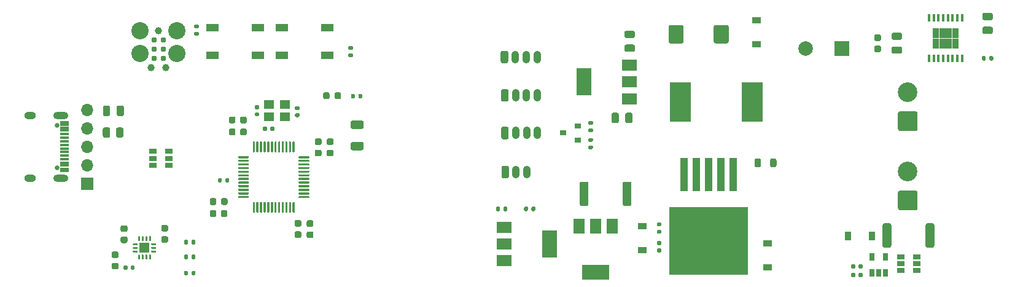
<source format=gbr>
%TF.GenerationSoftware,KiCad,Pcbnew,(5.1.9)-1*%
%TF.CreationDate,2022-06-19T13:41:10+03:00*%
%TF.ProjectId,jantteri-motor-pwr,6a616e74-7465-4726-992d-6d6f746f722d,rev?*%
%TF.SameCoordinates,Original*%
%TF.FileFunction,Soldermask,Top*%
%TF.FilePolarity,Negative*%
%FSLAX46Y46*%
G04 Gerber Fmt 4.6, Leading zero omitted, Abs format (unit mm)*
G04 Created by KiCad (PCBNEW (5.1.9)-1) date 2022-06-19 13:41:10*
%MOMM*%
%LPD*%
G01*
G04 APERTURE LIST*
%ADD10R,1.700000X1.700000*%
%ADD11O,1.700000X1.700000*%
%ADD12R,0.900000X1.200000*%
%ADD13R,1.200000X0.900000*%
%ADD14O,1.030000X1.730000*%
%ADD15C,2.374900*%
%ADD16C,0.990600*%
%ADD17C,0.787400*%
%ADD18O,2.100000X1.000000*%
%ADD19O,1.600000X1.000000*%
%ADD20C,0.650000*%
%ADD21R,1.150000X0.300000*%
%ADD22R,2.900000X5.400000*%
%ADD23R,0.900000X0.800000*%
%ADD24R,1.060000X0.650000*%
%ADD25R,0.650000X1.060000*%
%ADD26R,2.000000X1.500000*%
%ADD27R,2.000000X3.800000*%
%ADD28R,1.450000X1.450000*%
%ADD29R,1.100000X4.600000*%
%ADD30R,10.800000X9.400000*%
%ADD31R,0.450000X1.050000*%
%ADD32R,0.895000X1.470000*%
%ADD33R,3.800000X2.000000*%
%ADD34R,1.500000X2.000000*%
%ADD35R,1.400000X1.200000*%
%ADD36R,2.000000X2.000000*%
%ADD37C,2.000000*%
%ADD38R,1.700000X1.000000*%
%ADD39C,2.700000*%
G04 APERTURE END LIST*
D10*
%TO.C,J4*%
X72999600Y-129082800D03*
D11*
X72999600Y-126542800D03*
X72999600Y-124002800D03*
X72999600Y-121462800D03*
X72999600Y-118922800D03*
%TD*%
%TO.C,C1*%
G36*
G01*
X110901241Y-124511760D02*
X109601239Y-124511760D01*
G75*
G02*
X109351240Y-124261761I0J249999D01*
G01*
X109351240Y-123611759D01*
G75*
G02*
X109601239Y-123361760I249999J0D01*
G01*
X110901241Y-123361760D01*
G75*
G02*
X111151240Y-123611759I0J-249999D01*
G01*
X111151240Y-124261761D01*
G75*
G02*
X110901241Y-124511760I-249999J0D01*
G01*
G37*
G36*
G01*
X110901241Y-121561760D02*
X109601239Y-121561760D01*
G75*
G02*
X109351240Y-121311761I0J249999D01*
G01*
X109351240Y-120661759D01*
G75*
G02*
X109601239Y-120411760I249999J0D01*
G01*
X110901241Y-120411760D01*
G75*
G02*
X111151240Y-120661759I0J-249999D01*
G01*
X111151240Y-121311761D01*
G75*
G02*
X110901241Y-121561760I-249999J0D01*
G01*
G37*
%TD*%
%TO.C,C2*%
G36*
G01*
X101842760Y-134124280D02*
X102342760Y-134124280D01*
G75*
G02*
X102567760Y-134349280I0J-225000D01*
G01*
X102567760Y-134799280D01*
G75*
G02*
X102342760Y-135024280I-225000J0D01*
G01*
X101842760Y-135024280D01*
G75*
G02*
X101617760Y-134799280I0J225000D01*
G01*
X101617760Y-134349280D01*
G75*
G02*
X101842760Y-134124280I225000J0D01*
G01*
G37*
G36*
G01*
X101842760Y-135674280D02*
X102342760Y-135674280D01*
G75*
G02*
X102567760Y-135899280I0J-225000D01*
G01*
X102567760Y-136349280D01*
G75*
G02*
X102342760Y-136574280I-225000J0D01*
G01*
X101842760Y-136574280D01*
G75*
G02*
X101617760Y-136349280I0J225000D01*
G01*
X101617760Y-135899280D01*
G75*
G02*
X101842760Y-135674280I225000J0D01*
G01*
G37*
%TD*%
%TO.C,C3*%
G36*
G01*
X103503920Y-135704160D02*
X104003920Y-135704160D01*
G75*
G02*
X104228920Y-135929160I0J-225000D01*
G01*
X104228920Y-136379160D01*
G75*
G02*
X104003920Y-136604160I-225000J0D01*
G01*
X103503920Y-136604160D01*
G75*
G02*
X103278920Y-136379160I0J225000D01*
G01*
X103278920Y-135929160D01*
G75*
G02*
X103503920Y-135704160I225000J0D01*
G01*
G37*
G36*
G01*
X103503920Y-134154160D02*
X104003920Y-134154160D01*
G75*
G02*
X104228920Y-134379160I0J-225000D01*
G01*
X104228920Y-134829160D01*
G75*
G02*
X104003920Y-135054160I-225000J0D01*
G01*
X103503920Y-135054160D01*
G75*
G02*
X103278920Y-134829160I0J225000D01*
G01*
X103278920Y-134379160D01*
G75*
G02*
X103503920Y-134154160I225000J0D01*
G01*
G37*
%TD*%
%TO.C,C4*%
G36*
G01*
X105126600Y-125326560D02*
X104626600Y-125326560D01*
G75*
G02*
X104401600Y-125101560I0J225000D01*
G01*
X104401600Y-124651560D01*
G75*
G02*
X104626600Y-124426560I225000J0D01*
G01*
X105126600Y-124426560D01*
G75*
G02*
X105351600Y-124651560I0J-225000D01*
G01*
X105351600Y-125101560D01*
G75*
G02*
X105126600Y-125326560I-225000J0D01*
G01*
G37*
G36*
G01*
X105126600Y-123776560D02*
X104626600Y-123776560D01*
G75*
G02*
X104401600Y-123551560I0J225000D01*
G01*
X104401600Y-123101560D01*
G75*
G02*
X104626600Y-122876560I225000J0D01*
G01*
X105126600Y-122876560D01*
G75*
G02*
X105351600Y-123101560I0J-225000D01*
G01*
X105351600Y-123551560D01*
G75*
G02*
X105126600Y-123776560I-225000J0D01*
G01*
G37*
%TD*%
%TO.C,C5*%
G36*
G01*
X106772520Y-125324320D02*
X106272520Y-125324320D01*
G75*
G02*
X106047520Y-125099320I0J225000D01*
G01*
X106047520Y-124649320D01*
G75*
G02*
X106272520Y-124424320I225000J0D01*
G01*
X106772520Y-124424320D01*
G75*
G02*
X106997520Y-124649320I0J-225000D01*
G01*
X106997520Y-125099320D01*
G75*
G02*
X106772520Y-125324320I-225000J0D01*
G01*
G37*
G36*
G01*
X106772520Y-123774320D02*
X106272520Y-123774320D01*
G75*
G02*
X106047520Y-123549320I0J225000D01*
G01*
X106047520Y-123099320D01*
G75*
G02*
X106272520Y-122874320I225000J0D01*
G01*
X106772520Y-122874320D01*
G75*
G02*
X106997520Y-123099320I0J-225000D01*
G01*
X106997520Y-123549320D01*
G75*
G02*
X106772520Y-123774320I-225000J0D01*
G01*
G37*
%TD*%
%TO.C,C6*%
G36*
G01*
X90837840Y-131316920D02*
X90837840Y-131816920D01*
G75*
G02*
X90612840Y-132041920I-225000J0D01*
G01*
X90162840Y-132041920D01*
G75*
G02*
X89937840Y-131816920I0J225000D01*
G01*
X89937840Y-131316920D01*
G75*
G02*
X90162840Y-131091920I225000J0D01*
G01*
X90612840Y-131091920D01*
G75*
G02*
X90837840Y-131316920I0J-225000D01*
G01*
G37*
G36*
G01*
X92387840Y-131316920D02*
X92387840Y-131816920D01*
G75*
G02*
X92162840Y-132041920I-225000J0D01*
G01*
X91712840Y-132041920D01*
G75*
G02*
X91487840Y-131816920I0J225000D01*
G01*
X91487840Y-131316920D01*
G75*
G02*
X91712840Y-131091920I225000J0D01*
G01*
X92162840Y-131091920D01*
G75*
G02*
X92387840Y-131316920I0J-225000D01*
G01*
G37*
%TD*%
%TO.C,C7*%
G36*
G01*
X92373999Y-132980199D02*
X92373999Y-133480199D01*
G75*
G02*
X92148999Y-133705199I-225000J0D01*
G01*
X91698999Y-133705199D01*
G75*
G02*
X91473999Y-133480199I0J225000D01*
G01*
X91473999Y-132980199D01*
G75*
G02*
X91698999Y-132755199I225000J0D01*
G01*
X92148999Y-132755199D01*
G75*
G02*
X92373999Y-132980199I0J-225000D01*
G01*
G37*
G36*
G01*
X90823999Y-132980199D02*
X90823999Y-133480199D01*
G75*
G02*
X90598999Y-133705199I-225000J0D01*
G01*
X90148999Y-133705199D01*
G75*
G02*
X89923999Y-133480199I0J225000D01*
G01*
X89923999Y-132980199D01*
G75*
G02*
X90148999Y-132755199I225000J0D01*
G01*
X90598999Y-132755199D01*
G75*
G02*
X90823999Y-132980199I0J-225000D01*
G01*
G37*
%TD*%
%TO.C,C8*%
G36*
G01*
X93474960Y-120074880D02*
X93474960Y-120574880D01*
G75*
G02*
X93249960Y-120799880I-225000J0D01*
G01*
X92799960Y-120799880D01*
G75*
G02*
X92574960Y-120574880I0J225000D01*
G01*
X92574960Y-120074880D01*
G75*
G02*
X92799960Y-119849880I225000J0D01*
G01*
X93249960Y-119849880D01*
G75*
G02*
X93474960Y-120074880I0J-225000D01*
G01*
G37*
G36*
G01*
X95024960Y-120074880D02*
X95024960Y-120574880D01*
G75*
G02*
X94799960Y-120799880I-225000J0D01*
G01*
X94349960Y-120799880D01*
G75*
G02*
X94124960Y-120574880I0J225000D01*
G01*
X94124960Y-120074880D01*
G75*
G02*
X94349960Y-119849880I225000J0D01*
G01*
X94799960Y-119849880D01*
G75*
G02*
X95024960Y-120074880I0J-225000D01*
G01*
G37*
%TD*%
%TO.C,C9*%
G36*
G01*
X93474960Y-121741120D02*
X93474960Y-122241120D01*
G75*
G02*
X93249960Y-122466120I-225000J0D01*
G01*
X92799960Y-122466120D01*
G75*
G02*
X92574960Y-122241120I0J225000D01*
G01*
X92574960Y-121741120D01*
G75*
G02*
X92799960Y-121516120I225000J0D01*
G01*
X93249960Y-121516120D01*
G75*
G02*
X93474960Y-121741120I0J-225000D01*
G01*
G37*
G36*
G01*
X95024960Y-121741120D02*
X95024960Y-122241120D01*
G75*
G02*
X94799960Y-122466120I-225000J0D01*
G01*
X94349960Y-122466120D01*
G75*
G02*
X94124960Y-122241120I0J225000D01*
G01*
X94124960Y-121741120D01*
G75*
G02*
X94349960Y-121516120I225000J0D01*
G01*
X94799960Y-121516120D01*
G75*
G02*
X95024960Y-121741120I0J-225000D01*
G01*
G37*
%TD*%
%TO.C,C10*%
G36*
G01*
X101821160Y-118426960D02*
X102161160Y-118426960D01*
G75*
G02*
X102301160Y-118566960I0J-140000D01*
G01*
X102301160Y-118846960D01*
G75*
G02*
X102161160Y-118986960I-140000J0D01*
G01*
X101821160Y-118986960D01*
G75*
G02*
X101681160Y-118846960I0J140000D01*
G01*
X101681160Y-118566960D01*
G75*
G02*
X101821160Y-118426960I140000J0D01*
G01*
G37*
G36*
G01*
X101821160Y-119386960D02*
X102161160Y-119386960D01*
G75*
G02*
X102301160Y-119526960I0J-140000D01*
G01*
X102301160Y-119806960D01*
G75*
G02*
X102161160Y-119946960I-140000J0D01*
G01*
X101821160Y-119946960D01*
G75*
G02*
X101681160Y-119806960I0J140000D01*
G01*
X101681160Y-119526960D01*
G75*
G02*
X101821160Y-119386960I140000J0D01*
G01*
G37*
%TD*%
%TO.C,C11*%
G36*
G01*
X96613800Y-118877800D02*
X96273800Y-118877800D01*
G75*
G02*
X96133800Y-118737800I0J140000D01*
G01*
X96133800Y-118457800D01*
G75*
G02*
X96273800Y-118317800I140000J0D01*
G01*
X96613800Y-118317800D01*
G75*
G02*
X96753800Y-118457800I0J-140000D01*
G01*
X96753800Y-118737800D01*
G75*
G02*
X96613800Y-118877800I-140000J0D01*
G01*
G37*
G36*
G01*
X96613800Y-119837800D02*
X96273800Y-119837800D01*
G75*
G02*
X96133800Y-119697800I0J140000D01*
G01*
X96133800Y-119417800D01*
G75*
G02*
X96273800Y-119277800I140000J0D01*
G01*
X96613800Y-119277800D01*
G75*
G02*
X96753800Y-119417800I0J-140000D01*
G01*
X96753800Y-119697800D01*
G75*
G02*
X96613800Y-119837800I-140000J0D01*
G01*
G37*
%TD*%
%TO.C,C12*%
G36*
G01*
X148303000Y-110939200D02*
X147353000Y-110939200D01*
G75*
G02*
X147103000Y-110689200I0J250000D01*
G01*
X147103000Y-110189200D01*
G75*
G02*
X147353000Y-109939200I250000J0D01*
G01*
X148303000Y-109939200D01*
G75*
G02*
X148553000Y-110189200I0J-250000D01*
G01*
X148553000Y-110689200D01*
G75*
G02*
X148303000Y-110939200I-250000J0D01*
G01*
G37*
G36*
G01*
X148303000Y-109039200D02*
X147353000Y-109039200D01*
G75*
G02*
X147103000Y-108789200I0J250000D01*
G01*
X147103000Y-108289200D01*
G75*
G02*
X147353000Y-108039200I250000J0D01*
G01*
X148303000Y-108039200D01*
G75*
G02*
X148553000Y-108289200I0J-250000D01*
G01*
X148553000Y-108789200D01*
G75*
G02*
X148303000Y-109039200I-250000J0D01*
G01*
G37*
%TD*%
%TO.C,C13*%
G36*
G01*
X147226400Y-120515400D02*
X147226400Y-119565400D01*
G75*
G02*
X147476400Y-119315400I250000J0D01*
G01*
X147976400Y-119315400D01*
G75*
G02*
X148226400Y-119565400I0J-250000D01*
G01*
X148226400Y-120515400D01*
G75*
G02*
X147976400Y-120765400I-250000J0D01*
G01*
X147476400Y-120765400D01*
G75*
G02*
X147226400Y-120515400I0J250000D01*
G01*
G37*
G36*
G01*
X145326400Y-120515400D02*
X145326400Y-119565400D01*
G75*
G02*
X145576400Y-119315400I250000J0D01*
G01*
X146076400Y-119315400D01*
G75*
G02*
X146326400Y-119565400I0J-250000D01*
G01*
X146326400Y-120515400D01*
G75*
G02*
X146076400Y-120765400I-250000J0D01*
G01*
X145576400Y-120765400D01*
G75*
G02*
X145326400Y-120515400I0J250000D01*
G01*
G37*
%TD*%
%TO.C,C14*%
G36*
G01*
X83968400Y-135699320D02*
X83468400Y-135699320D01*
G75*
G02*
X83243400Y-135474320I0J225000D01*
G01*
X83243400Y-135024320D01*
G75*
G02*
X83468400Y-134799320I225000J0D01*
G01*
X83968400Y-134799320D01*
G75*
G02*
X84193400Y-135024320I0J-225000D01*
G01*
X84193400Y-135474320D01*
G75*
G02*
X83968400Y-135699320I-225000J0D01*
G01*
G37*
G36*
G01*
X83968400Y-137249320D02*
X83468400Y-137249320D01*
G75*
G02*
X83243400Y-137024320I0J225000D01*
G01*
X83243400Y-136574320D01*
G75*
G02*
X83468400Y-136349320I225000J0D01*
G01*
X83968400Y-136349320D01*
G75*
G02*
X84193400Y-136574320I0J-225000D01*
G01*
X84193400Y-137024320D01*
G75*
G02*
X83968400Y-137249320I-225000J0D01*
G01*
G37*
%TD*%
%TO.C,C15*%
G36*
G01*
X78365160Y-137290560D02*
X77865160Y-137290560D01*
G75*
G02*
X77640160Y-137065560I0J225000D01*
G01*
X77640160Y-136615560D01*
G75*
G02*
X77865160Y-136390560I225000J0D01*
G01*
X78365160Y-136390560D01*
G75*
G02*
X78590160Y-136615560I0J-225000D01*
G01*
X78590160Y-137065560D01*
G75*
G02*
X78365160Y-137290560I-225000J0D01*
G01*
G37*
G36*
G01*
X78365160Y-135740560D02*
X77865160Y-135740560D01*
G75*
G02*
X77640160Y-135515560I0J225000D01*
G01*
X77640160Y-135065560D01*
G75*
G02*
X77865160Y-134840560I225000J0D01*
G01*
X78365160Y-134840560D01*
G75*
G02*
X78590160Y-135065560I0J-225000D01*
G01*
X78590160Y-135515560D01*
G75*
G02*
X78365160Y-135740560I-225000J0D01*
G01*
G37*
%TD*%
%TO.C,C17*%
G36*
G01*
X161491300Y-107483800D02*
X161491300Y-109533800D01*
G75*
G02*
X161241300Y-109783800I-250000J0D01*
G01*
X159666300Y-109783800D01*
G75*
G02*
X159416300Y-109533800I0J250000D01*
G01*
X159416300Y-107483800D01*
G75*
G02*
X159666300Y-107233800I250000J0D01*
G01*
X161241300Y-107233800D01*
G75*
G02*
X161491300Y-107483800I0J-250000D01*
G01*
G37*
G36*
G01*
X155266300Y-107483800D02*
X155266300Y-109533800D01*
G75*
G02*
X155016300Y-109783800I-250000J0D01*
G01*
X153441300Y-109783800D01*
G75*
G02*
X153191300Y-109533800I0J250000D01*
G01*
X153191300Y-107483800D01*
G75*
G02*
X153441300Y-107233800I250000J0D01*
G01*
X155016300Y-107233800D01*
G75*
G02*
X155266300Y-107483800I0J-250000D01*
G01*
G37*
%TD*%
%TO.C,C18*%
G36*
G01*
X181771480Y-110098720D02*
X182271480Y-110098720D01*
G75*
G02*
X182496480Y-110323720I0J-225000D01*
G01*
X182496480Y-110773720D01*
G75*
G02*
X182271480Y-110998720I-225000J0D01*
G01*
X181771480Y-110998720D01*
G75*
G02*
X181546480Y-110773720I0J225000D01*
G01*
X181546480Y-110323720D01*
G75*
G02*
X181771480Y-110098720I225000J0D01*
G01*
G37*
G36*
G01*
X181771480Y-108548720D02*
X182271480Y-108548720D01*
G75*
G02*
X182496480Y-108773720I0J-225000D01*
G01*
X182496480Y-109223720D01*
G75*
G02*
X182271480Y-109448720I-225000J0D01*
G01*
X181771480Y-109448720D01*
G75*
G02*
X181546480Y-109223720I0J225000D01*
G01*
X181546480Y-108773720D01*
G75*
G02*
X181771480Y-108548720I225000J0D01*
G01*
G37*
%TD*%
%TO.C,C19*%
G36*
G01*
X184188080Y-110203440D02*
X185138080Y-110203440D01*
G75*
G02*
X185388080Y-110453440I0J-250000D01*
G01*
X185388080Y-110953440D01*
G75*
G02*
X185138080Y-111203440I-250000J0D01*
G01*
X184188080Y-111203440D01*
G75*
G02*
X183938080Y-110953440I0J250000D01*
G01*
X183938080Y-110453440D01*
G75*
G02*
X184188080Y-110203440I250000J0D01*
G01*
G37*
G36*
G01*
X184188080Y-108303440D02*
X185138080Y-108303440D01*
G75*
G02*
X185388080Y-108553440I0J-250000D01*
G01*
X185388080Y-109053440D01*
G75*
G02*
X185138080Y-109303440I-250000J0D01*
G01*
X184188080Y-109303440D01*
G75*
G02*
X183938080Y-109053440I0J250000D01*
G01*
X183938080Y-108553440D01*
G75*
G02*
X184188080Y-108303440I250000J0D01*
G01*
G37*
%TD*%
%TO.C,C20*%
G36*
G01*
X197655200Y-108475480D02*
X196705200Y-108475480D01*
G75*
G02*
X196455200Y-108225480I0J250000D01*
G01*
X196455200Y-107725480D01*
G75*
G02*
X196705200Y-107475480I250000J0D01*
G01*
X197655200Y-107475480D01*
G75*
G02*
X197905200Y-107725480I0J-250000D01*
G01*
X197905200Y-108225480D01*
G75*
G02*
X197655200Y-108475480I-250000J0D01*
G01*
G37*
G36*
G01*
X197655200Y-106575480D02*
X196705200Y-106575480D01*
G75*
G02*
X196455200Y-106325480I0J250000D01*
G01*
X196455200Y-105825480D01*
G75*
G02*
X196705200Y-105575480I250000J0D01*
G01*
X197655200Y-105575480D01*
G75*
G02*
X197905200Y-105825480I0J-250000D01*
G01*
X197905200Y-106325480D01*
G75*
G02*
X197655200Y-106575480I-250000J0D01*
G01*
G37*
%TD*%
%TO.C,C21*%
G36*
G01*
X78092000Y-118600200D02*
X78092000Y-119550200D01*
G75*
G02*
X77842000Y-119800200I-250000J0D01*
G01*
X77342000Y-119800200D01*
G75*
G02*
X77092000Y-119550200I0J250000D01*
G01*
X77092000Y-118600200D01*
G75*
G02*
X77342000Y-118350200I250000J0D01*
G01*
X77842000Y-118350200D01*
G75*
G02*
X78092000Y-118600200I0J-250000D01*
G01*
G37*
G36*
G01*
X76192000Y-118600200D02*
X76192000Y-119550200D01*
G75*
G02*
X75942000Y-119800200I-250000J0D01*
G01*
X75442000Y-119800200D01*
G75*
G02*
X75192000Y-119550200I0J250000D01*
G01*
X75192000Y-118600200D01*
G75*
G02*
X75442000Y-118350200I250000J0D01*
G01*
X75942000Y-118350200D01*
G75*
G02*
X76192000Y-118600200I0J-250000D01*
G01*
G37*
%TD*%
%TO.C,C22*%
G36*
G01*
X76630720Y-138454680D02*
X77130720Y-138454680D01*
G75*
G02*
X77355720Y-138679680I0J-225000D01*
G01*
X77355720Y-139129680D01*
G75*
G02*
X77130720Y-139354680I-225000J0D01*
G01*
X76630720Y-139354680D01*
G75*
G02*
X76405720Y-139129680I0J225000D01*
G01*
X76405720Y-138679680D01*
G75*
G02*
X76630720Y-138454680I225000J0D01*
G01*
G37*
G36*
G01*
X76630720Y-140004680D02*
X77130720Y-140004680D01*
G75*
G02*
X77355720Y-140229680I0J-225000D01*
G01*
X77355720Y-140679680D01*
G75*
G02*
X77130720Y-140904680I-225000J0D01*
G01*
X76630720Y-140904680D01*
G75*
G02*
X76405720Y-140679680I0J225000D01*
G01*
X76405720Y-140229680D01*
G75*
G02*
X76630720Y-140004680I225000J0D01*
G01*
G37*
%TD*%
D12*
%TO.C,D1*%
X177954400Y-136296400D03*
X181254400Y-136296400D03*
%TD*%
D13*
%TO.C,D2*%
X165354000Y-109931200D03*
X165354000Y-106631200D03*
%TD*%
%TO.C,D3*%
X166827200Y-140614400D03*
X166827200Y-137314400D03*
%TD*%
%TO.C,D4*%
G36*
G01*
X108016660Y-116746310D02*
X108016660Y-117258810D01*
G75*
G02*
X107797910Y-117477560I-218750J0D01*
G01*
X107360410Y-117477560D01*
G75*
G02*
X107141660Y-117258810I0J218750D01*
G01*
X107141660Y-116746310D01*
G75*
G02*
X107360410Y-116527560I218750J0D01*
G01*
X107797910Y-116527560D01*
G75*
G02*
X108016660Y-116746310I0J-218750D01*
G01*
G37*
G36*
G01*
X106441660Y-116746310D02*
X106441660Y-117258810D01*
G75*
G02*
X106222910Y-117477560I-218750J0D01*
G01*
X105785410Y-117477560D01*
G75*
G02*
X105566660Y-117258810I0J218750D01*
G01*
X105566660Y-116746310D01*
G75*
G02*
X105785410Y-116527560I218750J0D01*
G01*
X106222910Y-116527560D01*
G75*
G02*
X106441660Y-116746310I0J-218750D01*
G01*
G37*
%TD*%
%TO.C,D5*%
X149606000Y-134975600D03*
X149606000Y-138275600D03*
%TD*%
%TO.C,FB1*%
G36*
G01*
X165068900Y-126619250D02*
X165068900Y-125856750D01*
G75*
G02*
X165287650Y-125638000I218750J0D01*
G01*
X165725150Y-125638000D01*
G75*
G02*
X165943900Y-125856750I0J-218750D01*
G01*
X165943900Y-126619250D01*
G75*
G02*
X165725150Y-126838000I-218750J0D01*
G01*
X165287650Y-126838000D01*
G75*
G02*
X165068900Y-126619250I0J218750D01*
G01*
G37*
G36*
G01*
X167193900Y-126619250D02*
X167193900Y-125856750D01*
G75*
G02*
X167412650Y-125638000I218750J0D01*
G01*
X167850150Y-125638000D01*
G75*
G02*
X168068900Y-125856750I0J-218750D01*
G01*
X168068900Y-126619250D01*
G75*
G02*
X167850150Y-126838000I-218750J0D01*
G01*
X167412650Y-126838000D01*
G75*
G02*
X167193900Y-126619250I0J218750D01*
G01*
G37*
%TD*%
%TO.C,J1*%
G36*
G01*
X130139800Y-128123001D02*
X130139800Y-126892999D01*
G75*
G02*
X130389799Y-126643000I249999J0D01*
G01*
X130919801Y-126643000D01*
G75*
G02*
X131169800Y-126892999I0J-249999D01*
G01*
X131169800Y-128123001D01*
G75*
G02*
X130919801Y-128373000I-249999J0D01*
G01*
X130389799Y-128373000D01*
G75*
G02*
X130139800Y-128123001I0J249999D01*
G01*
G37*
D14*
X132154800Y-127508000D03*
X133654800Y-127508000D03*
%TD*%
%TO.C,J2*%
G36*
G01*
X130091800Y-117556601D02*
X130091800Y-116326599D01*
G75*
G02*
X130341799Y-116076600I249999J0D01*
G01*
X130871801Y-116076600D01*
G75*
G02*
X131121800Y-116326599I0J-249999D01*
G01*
X131121800Y-117556601D01*
G75*
G02*
X130871801Y-117806600I-249999J0D01*
G01*
X130341799Y-117806600D01*
G75*
G02*
X130091800Y-117556601I0J249999D01*
G01*
G37*
X132106800Y-116941600D03*
X133606800Y-116941600D03*
X135106800Y-116941600D03*
%TD*%
%TO.C,J3*%
G36*
G01*
X130041000Y-112273401D02*
X130041000Y-111043399D01*
G75*
G02*
X130290999Y-110793400I249999J0D01*
G01*
X130821001Y-110793400D01*
G75*
G02*
X131071000Y-111043399I0J-249999D01*
G01*
X131071000Y-112273401D01*
G75*
G02*
X130821001Y-112523400I-249999J0D01*
G01*
X130290999Y-112523400D01*
G75*
G02*
X130041000Y-112273401I0J249999D01*
G01*
G37*
X132056000Y-111658400D03*
X133556000Y-111658400D03*
X135056000Y-111658400D03*
%TD*%
%TO.C,J6*%
X135130800Y-122123200D03*
X133630800Y-122123200D03*
X132130800Y-122123200D03*
G36*
G01*
X130115800Y-122738201D02*
X130115800Y-121508199D01*
G75*
G02*
X130365799Y-121258200I249999J0D01*
G01*
X130895801Y-121258200D01*
G75*
G02*
X131145800Y-121508199I0J-249999D01*
G01*
X131145800Y-122738201D01*
G75*
G02*
X130895801Y-122988200I-249999J0D01*
G01*
X130365799Y-122988200D01*
G75*
G02*
X130115800Y-122738201I0J249999D01*
G01*
G37*
%TD*%
D15*
%TO.C,J8*%
X80314800Y-108000800D03*
X85394800Y-108000800D03*
X85394800Y-111175800D03*
X80314800Y-111175800D03*
D16*
X83870800Y-113080800D03*
X81838800Y-113080800D03*
X82854800Y-108000800D03*
D17*
X82219800Y-109270800D03*
X83489800Y-109270800D03*
X82219800Y-110540800D03*
X83489800Y-110540800D03*
X82219800Y-111810800D03*
X83489800Y-111810800D03*
%TD*%
D18*
%TO.C,J9*%
X69348200Y-119682800D03*
X69348200Y-128322800D03*
D19*
X65168200Y-119682800D03*
X65168200Y-128322800D03*
D20*
X68848200Y-126892800D03*
X68848200Y-121112800D03*
D21*
X69913200Y-127052800D03*
X69913200Y-126252800D03*
X69913200Y-125752800D03*
X69913200Y-125252800D03*
X69913200Y-124752800D03*
X69913200Y-124252800D03*
X69913200Y-123752800D03*
X69913200Y-123252800D03*
X69913200Y-122752800D03*
X69913200Y-122252800D03*
X69913200Y-121452800D03*
X69913200Y-120652800D03*
X69913200Y-120952800D03*
X69913200Y-121752800D03*
X69913200Y-126552800D03*
X69913200Y-127352800D03*
%TD*%
D22*
%TO.C,L1*%
X164687600Y-117856000D03*
X154787600Y-117856000D03*
%TD*%
D23*
%TO.C,Q1*%
X140649200Y-123073200D03*
X140649200Y-121173200D03*
X138649200Y-122123200D03*
%TD*%
%TO.C,R1*%
G36*
G01*
X151717160Y-138033000D02*
X152087160Y-138033000D01*
G75*
G02*
X152222160Y-138168000I0J-135000D01*
G01*
X152222160Y-138438000D01*
G75*
G02*
X152087160Y-138573000I-135000J0D01*
G01*
X151717160Y-138573000D01*
G75*
G02*
X151582160Y-138438000I0J135000D01*
G01*
X151582160Y-138168000D01*
G75*
G02*
X151717160Y-138033000I135000J0D01*
G01*
G37*
G36*
G01*
X151717160Y-137013000D02*
X152087160Y-137013000D01*
G75*
G02*
X152222160Y-137148000I0J-135000D01*
G01*
X152222160Y-137418000D01*
G75*
G02*
X152087160Y-137553000I-135000J0D01*
G01*
X151717160Y-137553000D01*
G75*
G02*
X151582160Y-137418000I0J135000D01*
G01*
X151582160Y-137148000D01*
G75*
G02*
X151717160Y-137013000I135000J0D01*
G01*
G37*
%TD*%
%TO.C,R2*%
G36*
G01*
X151701920Y-134452680D02*
X152071920Y-134452680D01*
G75*
G02*
X152206920Y-134587680I0J-135000D01*
G01*
X152206920Y-134857680D01*
G75*
G02*
X152071920Y-134992680I-135000J0D01*
G01*
X151701920Y-134992680D01*
G75*
G02*
X151566920Y-134857680I0J135000D01*
G01*
X151566920Y-134587680D01*
G75*
G02*
X151701920Y-134452680I135000J0D01*
G01*
G37*
G36*
G01*
X151701920Y-135472680D02*
X152071920Y-135472680D01*
G75*
G02*
X152206920Y-135607680I0J-135000D01*
G01*
X152206920Y-135877680D01*
G75*
G02*
X152071920Y-136012680I-135000J0D01*
G01*
X151701920Y-136012680D01*
G75*
G02*
X151566920Y-135877680I0J135000D01*
G01*
X151566920Y-135607680D01*
G75*
G02*
X151701920Y-135472680I135000J0D01*
G01*
G37*
%TD*%
%TO.C,R3*%
G36*
G01*
X142628200Y-123354400D02*
X142258200Y-123354400D01*
G75*
G02*
X142123200Y-123219400I0J135000D01*
G01*
X142123200Y-122949400D01*
G75*
G02*
X142258200Y-122814400I135000J0D01*
G01*
X142628200Y-122814400D01*
G75*
G02*
X142763200Y-122949400I0J-135000D01*
G01*
X142763200Y-123219400D01*
G75*
G02*
X142628200Y-123354400I-135000J0D01*
G01*
G37*
G36*
G01*
X142628200Y-124374400D02*
X142258200Y-124374400D01*
G75*
G02*
X142123200Y-124239400I0J135000D01*
G01*
X142123200Y-123969400D01*
G75*
G02*
X142258200Y-123834400I135000J0D01*
G01*
X142628200Y-123834400D01*
G75*
G02*
X142763200Y-123969400I0J-135000D01*
G01*
X142763200Y-124239400D01*
G75*
G02*
X142628200Y-124374400I-135000J0D01*
G01*
G37*
%TD*%
%TO.C,R4*%
G36*
G01*
X142258200Y-120479600D02*
X142628200Y-120479600D01*
G75*
G02*
X142763200Y-120614600I0J-135000D01*
G01*
X142763200Y-120884600D01*
G75*
G02*
X142628200Y-121019600I-135000J0D01*
G01*
X142258200Y-121019600D01*
G75*
G02*
X142123200Y-120884600I0J135000D01*
G01*
X142123200Y-120614600D01*
G75*
G02*
X142258200Y-120479600I135000J0D01*
G01*
G37*
G36*
G01*
X142258200Y-121499600D02*
X142628200Y-121499600D01*
G75*
G02*
X142763200Y-121634600I0J-135000D01*
G01*
X142763200Y-121904600D01*
G75*
G02*
X142628200Y-122039600I-135000J0D01*
G01*
X142258200Y-122039600D01*
G75*
G02*
X142123200Y-121904600I0J135000D01*
G01*
X142123200Y-121634600D01*
G75*
G02*
X142258200Y-121499600I135000J0D01*
G01*
G37*
%TD*%
%TO.C,R6*%
G36*
G01*
X179949600Y-140327800D02*
X179949600Y-140697800D01*
G75*
G02*
X179814600Y-140832800I-135000J0D01*
G01*
X179544600Y-140832800D01*
G75*
G02*
X179409600Y-140697800I0J135000D01*
G01*
X179409600Y-140327800D01*
G75*
G02*
X179544600Y-140192800I135000J0D01*
G01*
X179814600Y-140192800D01*
G75*
G02*
X179949600Y-140327800I0J-135000D01*
G01*
G37*
G36*
G01*
X178929600Y-140327800D02*
X178929600Y-140697800D01*
G75*
G02*
X178794600Y-140832800I-135000J0D01*
G01*
X178524600Y-140832800D01*
G75*
G02*
X178389600Y-140697800I0J135000D01*
G01*
X178389600Y-140327800D01*
G75*
G02*
X178524600Y-140192800I135000J0D01*
G01*
X178794600Y-140192800D01*
G75*
G02*
X178929600Y-140327800I0J-135000D01*
G01*
G37*
%TD*%
%TO.C,R7*%
G36*
G01*
X197417120Y-112011040D02*
X197417120Y-111641040D01*
G75*
G02*
X197552120Y-111506040I135000J0D01*
G01*
X197822120Y-111506040D01*
G75*
G02*
X197957120Y-111641040I0J-135000D01*
G01*
X197957120Y-112011040D01*
G75*
G02*
X197822120Y-112146040I-135000J0D01*
G01*
X197552120Y-112146040D01*
G75*
G02*
X197417120Y-112011040I0J135000D01*
G01*
G37*
G36*
G01*
X196397120Y-112011040D02*
X196397120Y-111641040D01*
G75*
G02*
X196532120Y-111506040I135000J0D01*
G01*
X196802120Y-111506040D01*
G75*
G02*
X196937120Y-111641040I0J-135000D01*
G01*
X196937120Y-112011040D01*
G75*
G02*
X196802120Y-112146040I-135000J0D01*
G01*
X196532120Y-112146040D01*
G75*
G02*
X196397120Y-112011040I0J135000D01*
G01*
G37*
%TD*%
%TO.C,R8*%
G36*
G01*
X78029500Y-121621000D02*
X78029500Y-122521002D01*
G75*
G02*
X77779501Y-122771001I-249999J0D01*
G01*
X77254499Y-122771001D01*
G75*
G02*
X77004500Y-122521002I0J249999D01*
G01*
X77004500Y-121621000D01*
G75*
G02*
X77254499Y-121371001I249999J0D01*
G01*
X77779501Y-121371001D01*
G75*
G02*
X78029500Y-121621000I0J-249999D01*
G01*
G37*
G36*
G01*
X76204500Y-121621000D02*
X76204500Y-122521002D01*
G75*
G02*
X75954501Y-122771001I-249999J0D01*
G01*
X75429499Y-122771001D01*
G75*
G02*
X75179500Y-122521002I0J249999D01*
G01*
X75179500Y-121621000D01*
G75*
G02*
X75429499Y-121371001I249999J0D01*
G01*
X75954501Y-121371001D01*
G75*
G02*
X76204500Y-121621000I0J-249999D01*
G01*
G37*
%TD*%
%TO.C,R9*%
G36*
G01*
X178393600Y-141866200D02*
X178393600Y-141496200D01*
G75*
G02*
X178528600Y-141361200I135000J0D01*
G01*
X178798600Y-141361200D01*
G75*
G02*
X178933600Y-141496200I0J-135000D01*
G01*
X178933600Y-141866200D01*
G75*
G02*
X178798600Y-142001200I-135000J0D01*
G01*
X178528600Y-142001200D01*
G75*
G02*
X178393600Y-141866200I0J135000D01*
G01*
G37*
G36*
G01*
X179413600Y-141866200D02*
X179413600Y-141496200D01*
G75*
G02*
X179548600Y-141361200I135000J0D01*
G01*
X179818600Y-141361200D01*
G75*
G02*
X179953600Y-141496200I0J-135000D01*
G01*
X179953600Y-141866200D01*
G75*
G02*
X179818600Y-142001200I-135000J0D01*
G01*
X179548600Y-142001200D01*
G75*
G02*
X179413600Y-141866200I0J135000D01*
G01*
G37*
%TD*%
%TO.C,R10*%
G36*
G01*
X98824000Y-121338760D02*
X98824000Y-121708760D01*
G75*
G02*
X98689000Y-121843760I-135000J0D01*
G01*
X98419000Y-121843760D01*
G75*
G02*
X98284000Y-121708760I0J135000D01*
G01*
X98284000Y-121338760D01*
G75*
G02*
X98419000Y-121203760I135000J0D01*
G01*
X98689000Y-121203760D01*
G75*
G02*
X98824000Y-121338760I0J-135000D01*
G01*
G37*
G36*
G01*
X97804000Y-121338760D02*
X97804000Y-121708760D01*
G75*
G02*
X97669000Y-121843760I-135000J0D01*
G01*
X97399000Y-121843760D01*
G75*
G02*
X97264000Y-121708760I0J135000D01*
G01*
X97264000Y-121338760D01*
G75*
G02*
X97399000Y-121203760I135000J0D01*
G01*
X97669000Y-121203760D01*
G75*
G02*
X97804000Y-121338760I0J-135000D01*
G01*
G37*
%TD*%
%TO.C,R11*%
G36*
G01*
X87922520Y-108212320D02*
X88292520Y-108212320D01*
G75*
G02*
X88427520Y-108347320I0J-135000D01*
G01*
X88427520Y-108617320D01*
G75*
G02*
X88292520Y-108752320I-135000J0D01*
G01*
X87922520Y-108752320D01*
G75*
G02*
X87787520Y-108617320I0J135000D01*
G01*
X87787520Y-108347320D01*
G75*
G02*
X87922520Y-108212320I135000J0D01*
G01*
G37*
G36*
G01*
X87922520Y-107192320D02*
X88292520Y-107192320D01*
G75*
G02*
X88427520Y-107327320I0J-135000D01*
G01*
X88427520Y-107597320D01*
G75*
G02*
X88292520Y-107732320I-135000J0D01*
G01*
X87922520Y-107732320D01*
G75*
G02*
X87787520Y-107597320I0J135000D01*
G01*
X87787520Y-107327320D01*
G75*
G02*
X87922520Y-107192320I135000J0D01*
G01*
G37*
%TD*%
%TO.C,R12*%
G36*
G01*
X110960120Y-116863280D02*
X110960120Y-117233280D01*
G75*
G02*
X110825120Y-117368280I-135000J0D01*
G01*
X110555120Y-117368280D01*
G75*
G02*
X110420120Y-117233280I0J135000D01*
G01*
X110420120Y-116863280D01*
G75*
G02*
X110555120Y-116728280I135000J0D01*
G01*
X110825120Y-116728280D01*
G75*
G02*
X110960120Y-116863280I0J-135000D01*
G01*
G37*
G36*
G01*
X109940120Y-116863280D02*
X109940120Y-117233280D01*
G75*
G02*
X109805120Y-117368280I-135000J0D01*
G01*
X109535120Y-117368280D01*
G75*
G02*
X109400120Y-117233280I0J135000D01*
G01*
X109400120Y-116863280D01*
G75*
G02*
X109535120Y-116728280I135000J0D01*
G01*
X109805120Y-116728280D01*
G75*
G02*
X109940120Y-116863280I0J-135000D01*
G01*
G37*
%TD*%
%TO.C,R13*%
G36*
G01*
X109516760Y-110674720D02*
X109146760Y-110674720D01*
G75*
G02*
X109011760Y-110539720I0J135000D01*
G01*
X109011760Y-110269720D01*
G75*
G02*
X109146760Y-110134720I135000J0D01*
G01*
X109516760Y-110134720D01*
G75*
G02*
X109651760Y-110269720I0J-135000D01*
G01*
X109651760Y-110539720D01*
G75*
G02*
X109516760Y-110674720I-135000J0D01*
G01*
G37*
G36*
G01*
X109516760Y-111694720D02*
X109146760Y-111694720D01*
G75*
G02*
X109011760Y-111559720I0J135000D01*
G01*
X109011760Y-111289720D01*
G75*
G02*
X109146760Y-111154720I135000J0D01*
G01*
X109516760Y-111154720D01*
G75*
G02*
X109651760Y-111289720I0J-135000D01*
G01*
X109651760Y-111559720D01*
G75*
G02*
X109516760Y-111694720I-135000J0D01*
G01*
G37*
%TD*%
%TO.C,R14*%
G36*
G01*
X92624400Y-128450760D02*
X92624400Y-128820760D01*
G75*
G02*
X92489400Y-128955760I-135000J0D01*
G01*
X92219400Y-128955760D01*
G75*
G02*
X92084400Y-128820760I0J135000D01*
G01*
X92084400Y-128450760D01*
G75*
G02*
X92219400Y-128315760I135000J0D01*
G01*
X92489400Y-128315760D01*
G75*
G02*
X92624400Y-128450760I0J-135000D01*
G01*
G37*
G36*
G01*
X91604400Y-128450760D02*
X91604400Y-128820760D01*
G75*
G02*
X91469400Y-128955760I-135000J0D01*
G01*
X91199400Y-128955760D01*
G75*
G02*
X91064400Y-128820760I0J135000D01*
G01*
X91064400Y-128450760D01*
G75*
G02*
X91199400Y-128315760I135000J0D01*
G01*
X91469400Y-128315760D01*
G75*
G02*
X91604400Y-128450760I0J-135000D01*
G01*
G37*
%TD*%
%TO.C,R15*%
G36*
G01*
X86929720Y-136969920D02*
X86929720Y-137339920D01*
G75*
G02*
X86794720Y-137474920I-135000J0D01*
G01*
X86524720Y-137474920D01*
G75*
G02*
X86389720Y-137339920I0J135000D01*
G01*
X86389720Y-136969920D01*
G75*
G02*
X86524720Y-136834920I135000J0D01*
G01*
X86794720Y-136834920D01*
G75*
G02*
X86929720Y-136969920I0J-135000D01*
G01*
G37*
G36*
G01*
X87949720Y-136969920D02*
X87949720Y-137339920D01*
G75*
G02*
X87814720Y-137474920I-135000J0D01*
G01*
X87544720Y-137474920D01*
G75*
G02*
X87409720Y-137339920I0J135000D01*
G01*
X87409720Y-136969920D01*
G75*
G02*
X87544720Y-136834920I135000J0D01*
G01*
X87814720Y-136834920D01*
G75*
G02*
X87949720Y-136969920I0J-135000D01*
G01*
G37*
%TD*%
%TO.C,R16*%
G36*
G01*
X87949720Y-139027320D02*
X87949720Y-139397320D01*
G75*
G02*
X87814720Y-139532320I-135000J0D01*
G01*
X87544720Y-139532320D01*
G75*
G02*
X87409720Y-139397320I0J135000D01*
G01*
X87409720Y-139027320D01*
G75*
G02*
X87544720Y-138892320I135000J0D01*
G01*
X87814720Y-138892320D01*
G75*
G02*
X87949720Y-139027320I0J-135000D01*
G01*
G37*
G36*
G01*
X86929720Y-139027320D02*
X86929720Y-139397320D01*
G75*
G02*
X86794720Y-139532320I-135000J0D01*
G01*
X86524720Y-139532320D01*
G75*
G02*
X86389720Y-139397320I0J135000D01*
G01*
X86389720Y-139027320D01*
G75*
G02*
X86524720Y-138892320I135000J0D01*
G01*
X86794720Y-138892320D01*
G75*
G02*
X86929720Y-139027320I0J-135000D01*
G01*
G37*
%TD*%
%TO.C,R17*%
G36*
G01*
X87949720Y-141242200D02*
X87949720Y-141612200D01*
G75*
G02*
X87814720Y-141747200I-135000J0D01*
G01*
X87544720Y-141747200D01*
G75*
G02*
X87409720Y-141612200I0J135000D01*
G01*
X87409720Y-141242200D01*
G75*
G02*
X87544720Y-141107200I135000J0D01*
G01*
X87814720Y-141107200D01*
G75*
G02*
X87949720Y-141242200I0J-135000D01*
G01*
G37*
G36*
G01*
X86929720Y-141242200D02*
X86929720Y-141612200D01*
G75*
G02*
X86794720Y-141747200I-135000J0D01*
G01*
X86524720Y-141747200D01*
G75*
G02*
X86389720Y-141612200I0J135000D01*
G01*
X86389720Y-141242200D01*
G75*
G02*
X86524720Y-141107200I135000J0D01*
G01*
X86794720Y-141107200D01*
G75*
G02*
X86929720Y-141242200I0J-135000D01*
G01*
G37*
%TD*%
%TO.C,R18*%
G36*
G01*
X148084900Y-129080200D02*
X148084900Y-131930200D01*
G75*
G02*
X147834900Y-132180200I-250000J0D01*
G01*
X147109900Y-132180200D01*
G75*
G02*
X146859900Y-131930200I0J250000D01*
G01*
X146859900Y-129080200D01*
G75*
G02*
X147109900Y-128830200I250000J0D01*
G01*
X147834900Y-128830200D01*
G75*
G02*
X148084900Y-129080200I0J-250000D01*
G01*
G37*
G36*
G01*
X142159900Y-129080200D02*
X142159900Y-131930200D01*
G75*
G02*
X141909900Y-132180200I-250000J0D01*
G01*
X141184900Y-132180200D01*
G75*
G02*
X140934900Y-131930200I0J250000D01*
G01*
X140934900Y-129080200D01*
G75*
G02*
X141184900Y-128830200I250000J0D01*
G01*
X141909900Y-128830200D01*
G75*
G02*
X142159900Y-129080200I0J-250000D01*
G01*
G37*
%TD*%
%TO.C,R20*%
G36*
G01*
X133800880Y-132392840D02*
X133800880Y-132762840D01*
G75*
G02*
X133665880Y-132897840I-135000J0D01*
G01*
X133395880Y-132897840D01*
G75*
G02*
X133260880Y-132762840I0J135000D01*
G01*
X133260880Y-132392840D01*
G75*
G02*
X133395880Y-132257840I135000J0D01*
G01*
X133665880Y-132257840D01*
G75*
G02*
X133800880Y-132392840I0J-135000D01*
G01*
G37*
G36*
G01*
X134820880Y-132392840D02*
X134820880Y-132762840D01*
G75*
G02*
X134685880Y-132897840I-135000J0D01*
G01*
X134415880Y-132897840D01*
G75*
G02*
X134280880Y-132762840I0J135000D01*
G01*
X134280880Y-132392840D01*
G75*
G02*
X134415880Y-132257840I135000J0D01*
G01*
X134685880Y-132257840D01*
G75*
G02*
X134820880Y-132392840I0J-135000D01*
G01*
G37*
%TD*%
%TO.C,R21*%
G36*
G01*
X129927920Y-132392840D02*
X129927920Y-132762840D01*
G75*
G02*
X129792920Y-132897840I-135000J0D01*
G01*
X129522920Y-132897840D01*
G75*
G02*
X129387920Y-132762840I0J135000D01*
G01*
X129387920Y-132392840D01*
G75*
G02*
X129522920Y-132257840I135000J0D01*
G01*
X129792920Y-132257840D01*
G75*
G02*
X129927920Y-132392840I0J-135000D01*
G01*
G37*
G36*
G01*
X130947920Y-132392840D02*
X130947920Y-132762840D01*
G75*
G02*
X130812920Y-132897840I-135000J0D01*
G01*
X130542920Y-132897840D01*
G75*
G02*
X130407920Y-132762840I0J135000D01*
G01*
X130407920Y-132392840D01*
G75*
G02*
X130542920Y-132257840I135000J0D01*
G01*
X130812920Y-132257840D01*
G75*
G02*
X130947920Y-132392840I0J-135000D01*
G01*
G37*
%TD*%
D24*
%TO.C,U1*%
X187401200Y-141092000D03*
X187401200Y-140142000D03*
X187401200Y-139192000D03*
X185201200Y-139192000D03*
X185201200Y-141092000D03*
X185201200Y-140142000D03*
%TD*%
D25*
%TO.C,U2*%
X181218800Y-141358800D03*
X182168800Y-141358800D03*
X183118800Y-141358800D03*
X183118800Y-139158800D03*
X181218800Y-139158800D03*
%TD*%
%TO.C,U3*%
G36*
G01*
X101423601Y-123307401D02*
X101573601Y-123307401D01*
G75*
G02*
X101648601Y-123382401I0J-75000D01*
G01*
X101648601Y-124707401D01*
G75*
G02*
X101573601Y-124782401I-75000J0D01*
G01*
X101423601Y-124782401D01*
G75*
G02*
X101348601Y-124707401I0J75000D01*
G01*
X101348601Y-123382401D01*
G75*
G02*
X101423601Y-123307401I75000J0D01*
G01*
G37*
G36*
G01*
X100923601Y-123307401D02*
X101073601Y-123307401D01*
G75*
G02*
X101148601Y-123382401I0J-75000D01*
G01*
X101148601Y-124707401D01*
G75*
G02*
X101073601Y-124782401I-75000J0D01*
G01*
X100923601Y-124782401D01*
G75*
G02*
X100848601Y-124707401I0J75000D01*
G01*
X100848601Y-123382401D01*
G75*
G02*
X100923601Y-123307401I75000J0D01*
G01*
G37*
G36*
G01*
X100423601Y-123307401D02*
X100573601Y-123307401D01*
G75*
G02*
X100648601Y-123382401I0J-75000D01*
G01*
X100648601Y-124707401D01*
G75*
G02*
X100573601Y-124782401I-75000J0D01*
G01*
X100423601Y-124782401D01*
G75*
G02*
X100348601Y-124707401I0J75000D01*
G01*
X100348601Y-123382401D01*
G75*
G02*
X100423601Y-123307401I75000J0D01*
G01*
G37*
G36*
G01*
X99923601Y-123307401D02*
X100073601Y-123307401D01*
G75*
G02*
X100148601Y-123382401I0J-75000D01*
G01*
X100148601Y-124707401D01*
G75*
G02*
X100073601Y-124782401I-75000J0D01*
G01*
X99923601Y-124782401D01*
G75*
G02*
X99848601Y-124707401I0J75000D01*
G01*
X99848601Y-123382401D01*
G75*
G02*
X99923601Y-123307401I75000J0D01*
G01*
G37*
G36*
G01*
X99423601Y-123307401D02*
X99573601Y-123307401D01*
G75*
G02*
X99648601Y-123382401I0J-75000D01*
G01*
X99648601Y-124707401D01*
G75*
G02*
X99573601Y-124782401I-75000J0D01*
G01*
X99423601Y-124782401D01*
G75*
G02*
X99348601Y-124707401I0J75000D01*
G01*
X99348601Y-123382401D01*
G75*
G02*
X99423601Y-123307401I75000J0D01*
G01*
G37*
G36*
G01*
X98923601Y-123307401D02*
X99073601Y-123307401D01*
G75*
G02*
X99148601Y-123382401I0J-75000D01*
G01*
X99148601Y-124707401D01*
G75*
G02*
X99073601Y-124782401I-75000J0D01*
G01*
X98923601Y-124782401D01*
G75*
G02*
X98848601Y-124707401I0J75000D01*
G01*
X98848601Y-123382401D01*
G75*
G02*
X98923601Y-123307401I75000J0D01*
G01*
G37*
G36*
G01*
X98423601Y-123307401D02*
X98573601Y-123307401D01*
G75*
G02*
X98648601Y-123382401I0J-75000D01*
G01*
X98648601Y-124707401D01*
G75*
G02*
X98573601Y-124782401I-75000J0D01*
G01*
X98423601Y-124782401D01*
G75*
G02*
X98348601Y-124707401I0J75000D01*
G01*
X98348601Y-123382401D01*
G75*
G02*
X98423601Y-123307401I75000J0D01*
G01*
G37*
G36*
G01*
X97923601Y-123307401D02*
X98073601Y-123307401D01*
G75*
G02*
X98148601Y-123382401I0J-75000D01*
G01*
X98148601Y-124707401D01*
G75*
G02*
X98073601Y-124782401I-75000J0D01*
G01*
X97923601Y-124782401D01*
G75*
G02*
X97848601Y-124707401I0J75000D01*
G01*
X97848601Y-123382401D01*
G75*
G02*
X97923601Y-123307401I75000J0D01*
G01*
G37*
G36*
G01*
X97423601Y-123307401D02*
X97573601Y-123307401D01*
G75*
G02*
X97648601Y-123382401I0J-75000D01*
G01*
X97648601Y-124707401D01*
G75*
G02*
X97573601Y-124782401I-75000J0D01*
G01*
X97423601Y-124782401D01*
G75*
G02*
X97348601Y-124707401I0J75000D01*
G01*
X97348601Y-123382401D01*
G75*
G02*
X97423601Y-123307401I75000J0D01*
G01*
G37*
G36*
G01*
X96923601Y-123307401D02*
X97073601Y-123307401D01*
G75*
G02*
X97148601Y-123382401I0J-75000D01*
G01*
X97148601Y-124707401D01*
G75*
G02*
X97073601Y-124782401I-75000J0D01*
G01*
X96923601Y-124782401D01*
G75*
G02*
X96848601Y-124707401I0J75000D01*
G01*
X96848601Y-123382401D01*
G75*
G02*
X96923601Y-123307401I75000J0D01*
G01*
G37*
G36*
G01*
X96423601Y-123307401D02*
X96573601Y-123307401D01*
G75*
G02*
X96648601Y-123382401I0J-75000D01*
G01*
X96648601Y-124707401D01*
G75*
G02*
X96573601Y-124782401I-75000J0D01*
G01*
X96423601Y-124782401D01*
G75*
G02*
X96348601Y-124707401I0J75000D01*
G01*
X96348601Y-123382401D01*
G75*
G02*
X96423601Y-123307401I75000J0D01*
G01*
G37*
G36*
G01*
X95923601Y-123307401D02*
X96073601Y-123307401D01*
G75*
G02*
X96148601Y-123382401I0J-75000D01*
G01*
X96148601Y-124707401D01*
G75*
G02*
X96073601Y-124782401I-75000J0D01*
G01*
X95923601Y-124782401D01*
G75*
G02*
X95848601Y-124707401I0J75000D01*
G01*
X95848601Y-123382401D01*
G75*
G02*
X95923601Y-123307401I75000J0D01*
G01*
G37*
G36*
G01*
X93923601Y-125307401D02*
X95248601Y-125307401D01*
G75*
G02*
X95323601Y-125382401I0J-75000D01*
G01*
X95323601Y-125532401D01*
G75*
G02*
X95248601Y-125607401I-75000J0D01*
G01*
X93923601Y-125607401D01*
G75*
G02*
X93848601Y-125532401I0J75000D01*
G01*
X93848601Y-125382401D01*
G75*
G02*
X93923601Y-125307401I75000J0D01*
G01*
G37*
G36*
G01*
X93923601Y-125807401D02*
X95248601Y-125807401D01*
G75*
G02*
X95323601Y-125882401I0J-75000D01*
G01*
X95323601Y-126032401D01*
G75*
G02*
X95248601Y-126107401I-75000J0D01*
G01*
X93923601Y-126107401D01*
G75*
G02*
X93848601Y-126032401I0J75000D01*
G01*
X93848601Y-125882401D01*
G75*
G02*
X93923601Y-125807401I75000J0D01*
G01*
G37*
G36*
G01*
X93923601Y-126307401D02*
X95248601Y-126307401D01*
G75*
G02*
X95323601Y-126382401I0J-75000D01*
G01*
X95323601Y-126532401D01*
G75*
G02*
X95248601Y-126607401I-75000J0D01*
G01*
X93923601Y-126607401D01*
G75*
G02*
X93848601Y-126532401I0J75000D01*
G01*
X93848601Y-126382401D01*
G75*
G02*
X93923601Y-126307401I75000J0D01*
G01*
G37*
G36*
G01*
X93923601Y-126807401D02*
X95248601Y-126807401D01*
G75*
G02*
X95323601Y-126882401I0J-75000D01*
G01*
X95323601Y-127032401D01*
G75*
G02*
X95248601Y-127107401I-75000J0D01*
G01*
X93923601Y-127107401D01*
G75*
G02*
X93848601Y-127032401I0J75000D01*
G01*
X93848601Y-126882401D01*
G75*
G02*
X93923601Y-126807401I75000J0D01*
G01*
G37*
G36*
G01*
X93923601Y-127307401D02*
X95248601Y-127307401D01*
G75*
G02*
X95323601Y-127382401I0J-75000D01*
G01*
X95323601Y-127532401D01*
G75*
G02*
X95248601Y-127607401I-75000J0D01*
G01*
X93923601Y-127607401D01*
G75*
G02*
X93848601Y-127532401I0J75000D01*
G01*
X93848601Y-127382401D01*
G75*
G02*
X93923601Y-127307401I75000J0D01*
G01*
G37*
G36*
G01*
X93923601Y-127807401D02*
X95248601Y-127807401D01*
G75*
G02*
X95323601Y-127882401I0J-75000D01*
G01*
X95323601Y-128032401D01*
G75*
G02*
X95248601Y-128107401I-75000J0D01*
G01*
X93923601Y-128107401D01*
G75*
G02*
X93848601Y-128032401I0J75000D01*
G01*
X93848601Y-127882401D01*
G75*
G02*
X93923601Y-127807401I75000J0D01*
G01*
G37*
G36*
G01*
X93923601Y-128307401D02*
X95248601Y-128307401D01*
G75*
G02*
X95323601Y-128382401I0J-75000D01*
G01*
X95323601Y-128532401D01*
G75*
G02*
X95248601Y-128607401I-75000J0D01*
G01*
X93923601Y-128607401D01*
G75*
G02*
X93848601Y-128532401I0J75000D01*
G01*
X93848601Y-128382401D01*
G75*
G02*
X93923601Y-128307401I75000J0D01*
G01*
G37*
G36*
G01*
X93923601Y-128807401D02*
X95248601Y-128807401D01*
G75*
G02*
X95323601Y-128882401I0J-75000D01*
G01*
X95323601Y-129032401D01*
G75*
G02*
X95248601Y-129107401I-75000J0D01*
G01*
X93923601Y-129107401D01*
G75*
G02*
X93848601Y-129032401I0J75000D01*
G01*
X93848601Y-128882401D01*
G75*
G02*
X93923601Y-128807401I75000J0D01*
G01*
G37*
G36*
G01*
X93923601Y-129307401D02*
X95248601Y-129307401D01*
G75*
G02*
X95323601Y-129382401I0J-75000D01*
G01*
X95323601Y-129532401D01*
G75*
G02*
X95248601Y-129607401I-75000J0D01*
G01*
X93923601Y-129607401D01*
G75*
G02*
X93848601Y-129532401I0J75000D01*
G01*
X93848601Y-129382401D01*
G75*
G02*
X93923601Y-129307401I75000J0D01*
G01*
G37*
G36*
G01*
X93923601Y-129807401D02*
X95248601Y-129807401D01*
G75*
G02*
X95323601Y-129882401I0J-75000D01*
G01*
X95323601Y-130032401D01*
G75*
G02*
X95248601Y-130107401I-75000J0D01*
G01*
X93923601Y-130107401D01*
G75*
G02*
X93848601Y-130032401I0J75000D01*
G01*
X93848601Y-129882401D01*
G75*
G02*
X93923601Y-129807401I75000J0D01*
G01*
G37*
G36*
G01*
X93923601Y-130307401D02*
X95248601Y-130307401D01*
G75*
G02*
X95323601Y-130382401I0J-75000D01*
G01*
X95323601Y-130532401D01*
G75*
G02*
X95248601Y-130607401I-75000J0D01*
G01*
X93923601Y-130607401D01*
G75*
G02*
X93848601Y-130532401I0J75000D01*
G01*
X93848601Y-130382401D01*
G75*
G02*
X93923601Y-130307401I75000J0D01*
G01*
G37*
G36*
G01*
X93923601Y-130807401D02*
X95248601Y-130807401D01*
G75*
G02*
X95323601Y-130882401I0J-75000D01*
G01*
X95323601Y-131032401D01*
G75*
G02*
X95248601Y-131107401I-75000J0D01*
G01*
X93923601Y-131107401D01*
G75*
G02*
X93848601Y-131032401I0J75000D01*
G01*
X93848601Y-130882401D01*
G75*
G02*
X93923601Y-130807401I75000J0D01*
G01*
G37*
G36*
G01*
X95923601Y-131632401D02*
X96073601Y-131632401D01*
G75*
G02*
X96148601Y-131707401I0J-75000D01*
G01*
X96148601Y-133032401D01*
G75*
G02*
X96073601Y-133107401I-75000J0D01*
G01*
X95923601Y-133107401D01*
G75*
G02*
X95848601Y-133032401I0J75000D01*
G01*
X95848601Y-131707401D01*
G75*
G02*
X95923601Y-131632401I75000J0D01*
G01*
G37*
G36*
G01*
X96423601Y-131632401D02*
X96573601Y-131632401D01*
G75*
G02*
X96648601Y-131707401I0J-75000D01*
G01*
X96648601Y-133032401D01*
G75*
G02*
X96573601Y-133107401I-75000J0D01*
G01*
X96423601Y-133107401D01*
G75*
G02*
X96348601Y-133032401I0J75000D01*
G01*
X96348601Y-131707401D01*
G75*
G02*
X96423601Y-131632401I75000J0D01*
G01*
G37*
G36*
G01*
X96923601Y-131632401D02*
X97073601Y-131632401D01*
G75*
G02*
X97148601Y-131707401I0J-75000D01*
G01*
X97148601Y-133032401D01*
G75*
G02*
X97073601Y-133107401I-75000J0D01*
G01*
X96923601Y-133107401D01*
G75*
G02*
X96848601Y-133032401I0J75000D01*
G01*
X96848601Y-131707401D01*
G75*
G02*
X96923601Y-131632401I75000J0D01*
G01*
G37*
G36*
G01*
X97423601Y-131632401D02*
X97573601Y-131632401D01*
G75*
G02*
X97648601Y-131707401I0J-75000D01*
G01*
X97648601Y-133032401D01*
G75*
G02*
X97573601Y-133107401I-75000J0D01*
G01*
X97423601Y-133107401D01*
G75*
G02*
X97348601Y-133032401I0J75000D01*
G01*
X97348601Y-131707401D01*
G75*
G02*
X97423601Y-131632401I75000J0D01*
G01*
G37*
G36*
G01*
X97923601Y-131632401D02*
X98073601Y-131632401D01*
G75*
G02*
X98148601Y-131707401I0J-75000D01*
G01*
X98148601Y-133032401D01*
G75*
G02*
X98073601Y-133107401I-75000J0D01*
G01*
X97923601Y-133107401D01*
G75*
G02*
X97848601Y-133032401I0J75000D01*
G01*
X97848601Y-131707401D01*
G75*
G02*
X97923601Y-131632401I75000J0D01*
G01*
G37*
G36*
G01*
X98423601Y-131632401D02*
X98573601Y-131632401D01*
G75*
G02*
X98648601Y-131707401I0J-75000D01*
G01*
X98648601Y-133032401D01*
G75*
G02*
X98573601Y-133107401I-75000J0D01*
G01*
X98423601Y-133107401D01*
G75*
G02*
X98348601Y-133032401I0J75000D01*
G01*
X98348601Y-131707401D01*
G75*
G02*
X98423601Y-131632401I75000J0D01*
G01*
G37*
G36*
G01*
X98923601Y-131632401D02*
X99073601Y-131632401D01*
G75*
G02*
X99148601Y-131707401I0J-75000D01*
G01*
X99148601Y-133032401D01*
G75*
G02*
X99073601Y-133107401I-75000J0D01*
G01*
X98923601Y-133107401D01*
G75*
G02*
X98848601Y-133032401I0J75000D01*
G01*
X98848601Y-131707401D01*
G75*
G02*
X98923601Y-131632401I75000J0D01*
G01*
G37*
G36*
G01*
X99423601Y-131632401D02*
X99573601Y-131632401D01*
G75*
G02*
X99648601Y-131707401I0J-75000D01*
G01*
X99648601Y-133032401D01*
G75*
G02*
X99573601Y-133107401I-75000J0D01*
G01*
X99423601Y-133107401D01*
G75*
G02*
X99348601Y-133032401I0J75000D01*
G01*
X99348601Y-131707401D01*
G75*
G02*
X99423601Y-131632401I75000J0D01*
G01*
G37*
G36*
G01*
X99923601Y-131632401D02*
X100073601Y-131632401D01*
G75*
G02*
X100148601Y-131707401I0J-75000D01*
G01*
X100148601Y-133032401D01*
G75*
G02*
X100073601Y-133107401I-75000J0D01*
G01*
X99923601Y-133107401D01*
G75*
G02*
X99848601Y-133032401I0J75000D01*
G01*
X99848601Y-131707401D01*
G75*
G02*
X99923601Y-131632401I75000J0D01*
G01*
G37*
G36*
G01*
X100423601Y-131632401D02*
X100573601Y-131632401D01*
G75*
G02*
X100648601Y-131707401I0J-75000D01*
G01*
X100648601Y-133032401D01*
G75*
G02*
X100573601Y-133107401I-75000J0D01*
G01*
X100423601Y-133107401D01*
G75*
G02*
X100348601Y-133032401I0J75000D01*
G01*
X100348601Y-131707401D01*
G75*
G02*
X100423601Y-131632401I75000J0D01*
G01*
G37*
G36*
G01*
X100923601Y-131632401D02*
X101073601Y-131632401D01*
G75*
G02*
X101148601Y-131707401I0J-75000D01*
G01*
X101148601Y-133032401D01*
G75*
G02*
X101073601Y-133107401I-75000J0D01*
G01*
X100923601Y-133107401D01*
G75*
G02*
X100848601Y-133032401I0J75000D01*
G01*
X100848601Y-131707401D01*
G75*
G02*
X100923601Y-131632401I75000J0D01*
G01*
G37*
G36*
G01*
X101423601Y-131632401D02*
X101573601Y-131632401D01*
G75*
G02*
X101648601Y-131707401I0J-75000D01*
G01*
X101648601Y-133032401D01*
G75*
G02*
X101573601Y-133107401I-75000J0D01*
G01*
X101423601Y-133107401D01*
G75*
G02*
X101348601Y-133032401I0J75000D01*
G01*
X101348601Y-131707401D01*
G75*
G02*
X101423601Y-131632401I75000J0D01*
G01*
G37*
G36*
G01*
X102248601Y-130807401D02*
X103573601Y-130807401D01*
G75*
G02*
X103648601Y-130882401I0J-75000D01*
G01*
X103648601Y-131032401D01*
G75*
G02*
X103573601Y-131107401I-75000J0D01*
G01*
X102248601Y-131107401D01*
G75*
G02*
X102173601Y-131032401I0J75000D01*
G01*
X102173601Y-130882401D01*
G75*
G02*
X102248601Y-130807401I75000J0D01*
G01*
G37*
G36*
G01*
X102248601Y-130307401D02*
X103573601Y-130307401D01*
G75*
G02*
X103648601Y-130382401I0J-75000D01*
G01*
X103648601Y-130532401D01*
G75*
G02*
X103573601Y-130607401I-75000J0D01*
G01*
X102248601Y-130607401D01*
G75*
G02*
X102173601Y-130532401I0J75000D01*
G01*
X102173601Y-130382401D01*
G75*
G02*
X102248601Y-130307401I75000J0D01*
G01*
G37*
G36*
G01*
X102248601Y-129807401D02*
X103573601Y-129807401D01*
G75*
G02*
X103648601Y-129882401I0J-75000D01*
G01*
X103648601Y-130032401D01*
G75*
G02*
X103573601Y-130107401I-75000J0D01*
G01*
X102248601Y-130107401D01*
G75*
G02*
X102173601Y-130032401I0J75000D01*
G01*
X102173601Y-129882401D01*
G75*
G02*
X102248601Y-129807401I75000J0D01*
G01*
G37*
G36*
G01*
X102248601Y-129307401D02*
X103573601Y-129307401D01*
G75*
G02*
X103648601Y-129382401I0J-75000D01*
G01*
X103648601Y-129532401D01*
G75*
G02*
X103573601Y-129607401I-75000J0D01*
G01*
X102248601Y-129607401D01*
G75*
G02*
X102173601Y-129532401I0J75000D01*
G01*
X102173601Y-129382401D01*
G75*
G02*
X102248601Y-129307401I75000J0D01*
G01*
G37*
G36*
G01*
X102248601Y-128807401D02*
X103573601Y-128807401D01*
G75*
G02*
X103648601Y-128882401I0J-75000D01*
G01*
X103648601Y-129032401D01*
G75*
G02*
X103573601Y-129107401I-75000J0D01*
G01*
X102248601Y-129107401D01*
G75*
G02*
X102173601Y-129032401I0J75000D01*
G01*
X102173601Y-128882401D01*
G75*
G02*
X102248601Y-128807401I75000J0D01*
G01*
G37*
G36*
G01*
X102248601Y-128307401D02*
X103573601Y-128307401D01*
G75*
G02*
X103648601Y-128382401I0J-75000D01*
G01*
X103648601Y-128532401D01*
G75*
G02*
X103573601Y-128607401I-75000J0D01*
G01*
X102248601Y-128607401D01*
G75*
G02*
X102173601Y-128532401I0J75000D01*
G01*
X102173601Y-128382401D01*
G75*
G02*
X102248601Y-128307401I75000J0D01*
G01*
G37*
G36*
G01*
X102248601Y-127807401D02*
X103573601Y-127807401D01*
G75*
G02*
X103648601Y-127882401I0J-75000D01*
G01*
X103648601Y-128032401D01*
G75*
G02*
X103573601Y-128107401I-75000J0D01*
G01*
X102248601Y-128107401D01*
G75*
G02*
X102173601Y-128032401I0J75000D01*
G01*
X102173601Y-127882401D01*
G75*
G02*
X102248601Y-127807401I75000J0D01*
G01*
G37*
G36*
G01*
X102248601Y-127307401D02*
X103573601Y-127307401D01*
G75*
G02*
X103648601Y-127382401I0J-75000D01*
G01*
X103648601Y-127532401D01*
G75*
G02*
X103573601Y-127607401I-75000J0D01*
G01*
X102248601Y-127607401D01*
G75*
G02*
X102173601Y-127532401I0J75000D01*
G01*
X102173601Y-127382401D01*
G75*
G02*
X102248601Y-127307401I75000J0D01*
G01*
G37*
G36*
G01*
X102248601Y-126807401D02*
X103573601Y-126807401D01*
G75*
G02*
X103648601Y-126882401I0J-75000D01*
G01*
X103648601Y-127032401D01*
G75*
G02*
X103573601Y-127107401I-75000J0D01*
G01*
X102248601Y-127107401D01*
G75*
G02*
X102173601Y-127032401I0J75000D01*
G01*
X102173601Y-126882401D01*
G75*
G02*
X102248601Y-126807401I75000J0D01*
G01*
G37*
G36*
G01*
X102248601Y-126307401D02*
X103573601Y-126307401D01*
G75*
G02*
X103648601Y-126382401I0J-75000D01*
G01*
X103648601Y-126532401D01*
G75*
G02*
X103573601Y-126607401I-75000J0D01*
G01*
X102248601Y-126607401D01*
G75*
G02*
X102173601Y-126532401I0J75000D01*
G01*
X102173601Y-126382401D01*
G75*
G02*
X102248601Y-126307401I75000J0D01*
G01*
G37*
G36*
G01*
X102248601Y-125807401D02*
X103573601Y-125807401D01*
G75*
G02*
X103648601Y-125882401I0J-75000D01*
G01*
X103648601Y-126032401D01*
G75*
G02*
X103573601Y-126107401I-75000J0D01*
G01*
X102248601Y-126107401D01*
G75*
G02*
X102173601Y-126032401I0J75000D01*
G01*
X102173601Y-125882401D01*
G75*
G02*
X102248601Y-125807401I75000J0D01*
G01*
G37*
G36*
G01*
X102248601Y-125307401D02*
X103573601Y-125307401D01*
G75*
G02*
X103648601Y-125382401I0J-75000D01*
G01*
X103648601Y-125532401D01*
G75*
G02*
X103573601Y-125607401I-75000J0D01*
G01*
X102248601Y-125607401D01*
G75*
G02*
X102173601Y-125532401I0J75000D01*
G01*
X102173601Y-125382401D01*
G75*
G02*
X102248601Y-125307401I75000J0D01*
G01*
G37*
%TD*%
D26*
%TO.C,U4*%
X147828000Y-117398800D03*
X147828000Y-112798800D03*
X147828000Y-115098800D03*
D27*
X141528000Y-115098800D03*
%TD*%
%TO.C,U5*%
G36*
G01*
X79331199Y-137520901D02*
X79331199Y-137395901D01*
G75*
G02*
X79393699Y-137333401I62500J0D01*
G01*
X79943699Y-137333401D01*
G75*
G02*
X80006199Y-137395901I0J-62500D01*
G01*
X80006199Y-137520901D01*
G75*
G02*
X79943699Y-137583401I-62500J0D01*
G01*
X79393699Y-137583401D01*
G75*
G02*
X79331199Y-137520901I0J62500D01*
G01*
G37*
G36*
G01*
X79331199Y-138020901D02*
X79331199Y-137895901D01*
G75*
G02*
X79393699Y-137833401I62500J0D01*
G01*
X79943699Y-137833401D01*
G75*
G02*
X80006199Y-137895901I0J-62500D01*
G01*
X80006199Y-138020901D01*
G75*
G02*
X79943699Y-138083401I-62500J0D01*
G01*
X79393699Y-138083401D01*
G75*
G02*
X79331199Y-138020901I0J62500D01*
G01*
G37*
G36*
G01*
X79331199Y-138520901D02*
X79331199Y-138395901D01*
G75*
G02*
X79393699Y-138333401I62500J0D01*
G01*
X79943699Y-138333401D01*
G75*
G02*
X80006199Y-138395901I0J-62500D01*
G01*
X80006199Y-138520901D01*
G75*
G02*
X79943699Y-138583401I-62500J0D01*
G01*
X79393699Y-138583401D01*
G75*
G02*
X79331199Y-138520901I0J62500D01*
G01*
G37*
G36*
G01*
X80056199Y-139495901D02*
X80056199Y-138945901D01*
G75*
G02*
X80118699Y-138883401I62500J0D01*
G01*
X80243699Y-138883401D01*
G75*
G02*
X80306199Y-138945901I0J-62500D01*
G01*
X80306199Y-139495901D01*
G75*
G02*
X80243699Y-139558401I-62500J0D01*
G01*
X80118699Y-139558401D01*
G75*
G02*
X80056199Y-139495901I0J62500D01*
G01*
G37*
G36*
G01*
X80556199Y-139495901D02*
X80556199Y-138945901D01*
G75*
G02*
X80618699Y-138883401I62500J0D01*
G01*
X80743699Y-138883401D01*
G75*
G02*
X80806199Y-138945901I0J-62500D01*
G01*
X80806199Y-139495901D01*
G75*
G02*
X80743699Y-139558401I-62500J0D01*
G01*
X80618699Y-139558401D01*
G75*
G02*
X80556199Y-139495901I0J62500D01*
G01*
G37*
G36*
G01*
X81056199Y-139495901D02*
X81056199Y-138945901D01*
G75*
G02*
X81118699Y-138883401I62500J0D01*
G01*
X81243699Y-138883401D01*
G75*
G02*
X81306199Y-138945901I0J-62500D01*
G01*
X81306199Y-139495901D01*
G75*
G02*
X81243699Y-139558401I-62500J0D01*
G01*
X81118699Y-139558401D01*
G75*
G02*
X81056199Y-139495901I0J62500D01*
G01*
G37*
G36*
G01*
X81556199Y-139495901D02*
X81556199Y-138945901D01*
G75*
G02*
X81618699Y-138883401I62500J0D01*
G01*
X81743699Y-138883401D01*
G75*
G02*
X81806199Y-138945901I0J-62500D01*
G01*
X81806199Y-139495901D01*
G75*
G02*
X81743699Y-139558401I-62500J0D01*
G01*
X81618699Y-139558401D01*
G75*
G02*
X81556199Y-139495901I0J62500D01*
G01*
G37*
G36*
G01*
X81856199Y-138520901D02*
X81856199Y-138395901D01*
G75*
G02*
X81918699Y-138333401I62500J0D01*
G01*
X82468699Y-138333401D01*
G75*
G02*
X82531199Y-138395901I0J-62500D01*
G01*
X82531199Y-138520901D01*
G75*
G02*
X82468699Y-138583401I-62500J0D01*
G01*
X81918699Y-138583401D01*
G75*
G02*
X81856199Y-138520901I0J62500D01*
G01*
G37*
G36*
G01*
X81856199Y-138020901D02*
X81856199Y-137895901D01*
G75*
G02*
X81918699Y-137833401I62500J0D01*
G01*
X82468699Y-137833401D01*
G75*
G02*
X82531199Y-137895901I0J-62500D01*
G01*
X82531199Y-138020901D01*
G75*
G02*
X82468699Y-138083401I-62500J0D01*
G01*
X81918699Y-138083401D01*
G75*
G02*
X81856199Y-138020901I0J62500D01*
G01*
G37*
G36*
G01*
X81856199Y-137520901D02*
X81856199Y-137395901D01*
G75*
G02*
X81918699Y-137333401I62500J0D01*
G01*
X82468699Y-137333401D01*
G75*
G02*
X82531199Y-137395901I0J-62500D01*
G01*
X82531199Y-137520901D01*
G75*
G02*
X82468699Y-137583401I-62500J0D01*
G01*
X81918699Y-137583401D01*
G75*
G02*
X81856199Y-137520901I0J62500D01*
G01*
G37*
G36*
G01*
X81556199Y-136970901D02*
X81556199Y-136420901D01*
G75*
G02*
X81618699Y-136358401I62500J0D01*
G01*
X81743699Y-136358401D01*
G75*
G02*
X81806199Y-136420901I0J-62500D01*
G01*
X81806199Y-136970901D01*
G75*
G02*
X81743699Y-137033401I-62500J0D01*
G01*
X81618699Y-137033401D01*
G75*
G02*
X81556199Y-136970901I0J62500D01*
G01*
G37*
G36*
G01*
X81056199Y-136970901D02*
X81056199Y-136420901D01*
G75*
G02*
X81118699Y-136358401I62500J0D01*
G01*
X81243699Y-136358401D01*
G75*
G02*
X81306199Y-136420901I0J-62500D01*
G01*
X81306199Y-136970901D01*
G75*
G02*
X81243699Y-137033401I-62500J0D01*
G01*
X81118699Y-137033401D01*
G75*
G02*
X81056199Y-136970901I0J62500D01*
G01*
G37*
G36*
G01*
X80556199Y-136970901D02*
X80556199Y-136420901D01*
G75*
G02*
X80618699Y-136358401I62500J0D01*
G01*
X80743699Y-136358401D01*
G75*
G02*
X80806199Y-136420901I0J-62500D01*
G01*
X80806199Y-136970901D01*
G75*
G02*
X80743699Y-137033401I-62500J0D01*
G01*
X80618699Y-137033401D01*
G75*
G02*
X80556199Y-136970901I0J62500D01*
G01*
G37*
G36*
G01*
X80056199Y-136970901D02*
X80056199Y-136420901D01*
G75*
G02*
X80118699Y-136358401I62500J0D01*
G01*
X80243699Y-136358401D01*
G75*
G02*
X80306199Y-136420901I0J-62500D01*
G01*
X80306199Y-136970901D01*
G75*
G02*
X80243699Y-137033401I-62500J0D01*
G01*
X80118699Y-137033401D01*
G75*
G02*
X80056199Y-136970901I0J62500D01*
G01*
G37*
D28*
X80931199Y-137958401D03*
%TD*%
D29*
%TO.C,U6*%
X162099200Y-127829000D03*
X160399200Y-127829000D03*
X158699200Y-127829000D03*
X156999200Y-127829000D03*
X155299200Y-127829000D03*
D30*
X158699200Y-136979000D03*
%TD*%
D31*
%TO.C,U7*%
X189108460Y-111844200D03*
X189758460Y-111844200D03*
X190408460Y-111844200D03*
X191058460Y-111844200D03*
X191708460Y-111844200D03*
X192358460Y-111844200D03*
X193008460Y-111844200D03*
X193658460Y-111844200D03*
X193658460Y-106294200D03*
X193008460Y-106294200D03*
X192358460Y-106294200D03*
X191708460Y-106294200D03*
X191058460Y-106294200D03*
X190408460Y-106294200D03*
X189758460Y-106294200D03*
X189108460Y-106294200D03*
D32*
X192725960Y-108334200D03*
X191830960Y-108334200D03*
X190935960Y-108334200D03*
X190040960Y-108334200D03*
X192725960Y-109804200D03*
X191830960Y-109804200D03*
X190935960Y-109804200D03*
X190040960Y-109804200D03*
%TD*%
D24*
%TO.C,U8*%
X84328000Y-125613200D03*
X84328000Y-124663200D03*
X84328000Y-126563200D03*
X82128000Y-126563200D03*
X82128000Y-125613200D03*
X82128000Y-124663200D03*
%TD*%
D27*
%TO.C,U9*%
X136804800Y-137414000D03*
D26*
X130504800Y-137414000D03*
X130504800Y-139714000D03*
X130504800Y-135114000D03*
%TD*%
D33*
%TO.C,U10*%
X143154400Y-141275200D03*
D34*
X143154400Y-134975200D03*
X140854400Y-134975200D03*
X145454400Y-134975200D03*
%TD*%
D35*
%TO.C,Y1*%
X100309680Y-118198160D03*
X98109680Y-118198160D03*
X98109680Y-119898160D03*
X100309680Y-119898160D03*
%TD*%
D36*
%TO.C,C16*%
X177110400Y-110490000D03*
D37*
X172110400Y-110490000D03*
%TD*%
%TO.C,C23*%
G36*
G01*
X79568520Y-140510440D02*
X79568520Y-140850440D01*
G75*
G02*
X79428520Y-140990440I-140000J0D01*
G01*
X79148520Y-140990440D01*
G75*
G02*
X79008520Y-140850440I0J140000D01*
G01*
X79008520Y-140510440D01*
G75*
G02*
X79148520Y-140370440I140000J0D01*
G01*
X79428520Y-140370440D01*
G75*
G02*
X79568520Y-140510440I0J-140000D01*
G01*
G37*
G36*
G01*
X78608520Y-140510440D02*
X78608520Y-140850440D01*
G75*
G02*
X78468520Y-140990440I-140000J0D01*
G01*
X78188520Y-140990440D01*
G75*
G02*
X78048520Y-140850440I0J140000D01*
G01*
X78048520Y-140510440D01*
G75*
G02*
X78188520Y-140370440I140000J0D01*
G01*
X78468520Y-140370440D01*
G75*
G02*
X78608520Y-140510440I0J-140000D01*
G01*
G37*
%TD*%
D38*
%TO.C,SW1*%
X96579001Y-111401801D03*
X90279001Y-111401801D03*
X96579001Y-107601801D03*
X90279001Y-107601801D03*
%TD*%
%TO.C,SW2*%
X99829001Y-107601801D03*
X106129001Y-107601801D03*
X99829001Y-111401801D03*
X106129001Y-111401801D03*
%TD*%
D39*
%TO.C,J5*%
X186182000Y-127457200D03*
G36*
G01*
X187281999Y-132767200D02*
X185082001Y-132767200D01*
G75*
G02*
X184832000Y-132517199I0J250001D01*
G01*
X184832000Y-130317201D01*
G75*
G02*
X185082001Y-130067200I250001J0D01*
G01*
X187281999Y-130067200D01*
G75*
G02*
X187532000Y-130317201I0J-250001D01*
G01*
X187532000Y-132517199D01*
G75*
G02*
X187281999Y-132767200I-250001J0D01*
G01*
G37*
%TD*%
%TO.C,J7*%
G36*
G01*
X187281999Y-121847600D02*
X185082001Y-121847600D01*
G75*
G02*
X184832000Y-121597599I0J250001D01*
G01*
X184832000Y-119397601D01*
G75*
G02*
X185082001Y-119147600I250001J0D01*
G01*
X187281999Y-119147600D01*
G75*
G02*
X187532000Y-119397601I0J-250001D01*
G01*
X187532000Y-121597599D01*
G75*
G02*
X187281999Y-121847600I-250001J0D01*
G01*
G37*
X186182000Y-116537600D03*
%TD*%
%TO.C,R5*%
G36*
G01*
X189842500Y-134820600D02*
X189842500Y-137670600D01*
G75*
G02*
X189592500Y-137920600I-250000J0D01*
G01*
X188867500Y-137920600D01*
G75*
G02*
X188617500Y-137670600I0J250000D01*
G01*
X188617500Y-134820600D01*
G75*
G02*
X188867500Y-134570600I250000J0D01*
G01*
X189592500Y-134570600D01*
G75*
G02*
X189842500Y-134820600I0J-250000D01*
G01*
G37*
G36*
G01*
X183917500Y-134820600D02*
X183917500Y-137670600D01*
G75*
G02*
X183667500Y-137920600I-250000J0D01*
G01*
X182942500Y-137920600D01*
G75*
G02*
X182692500Y-137670600I0J250000D01*
G01*
X182692500Y-134820600D01*
G75*
G02*
X182942500Y-134570600I250000J0D01*
G01*
X183667500Y-134570600D01*
G75*
G02*
X183917500Y-134820600I0J-250000D01*
G01*
G37*
%TD*%
M02*

</source>
